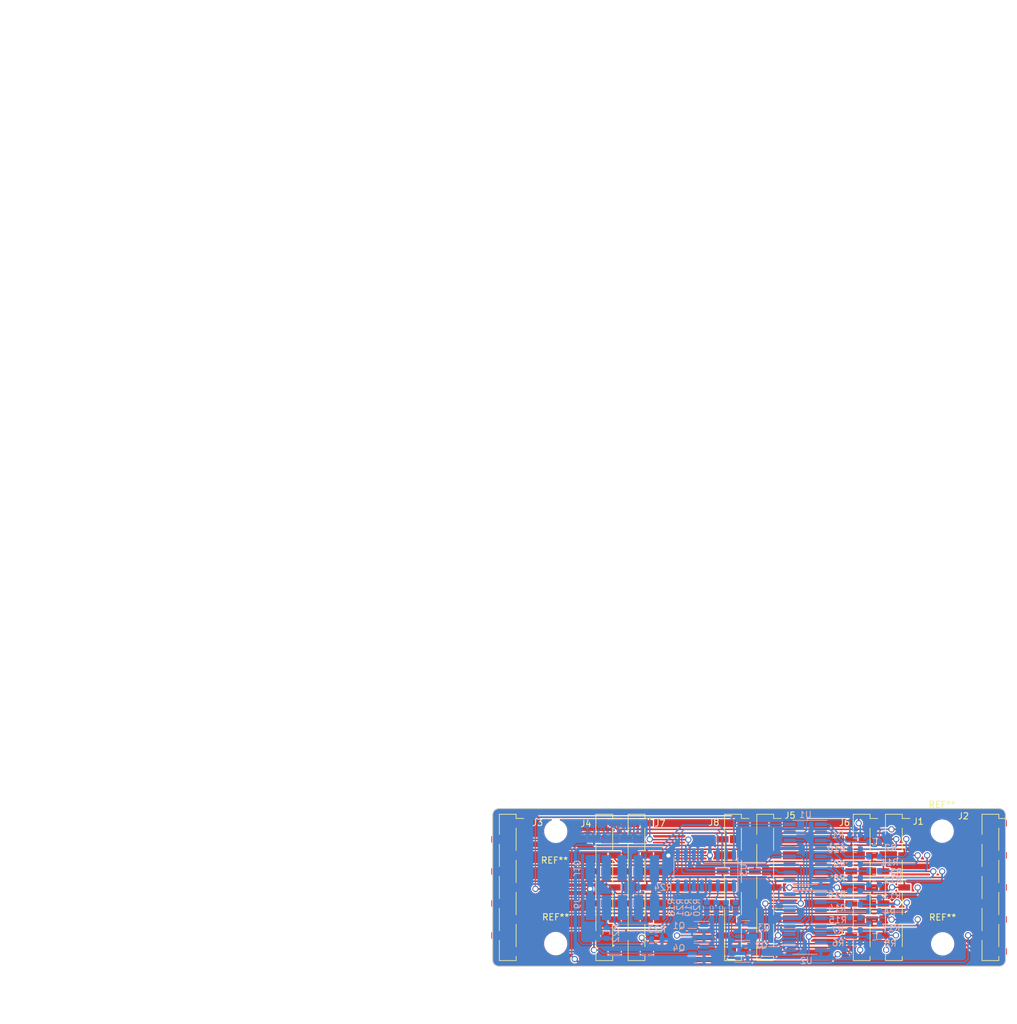
<source format=kicad_pcb>
(kicad_pcb (version 20221018) (generator pcbnew)
  (layers (0 "F.Cu" signal) (31 "B.Cu" signal) (34 "B.Paste" user) (35 "F.Paste" user) (36 "B.SilkS" user "B.Silkscreen") (37 "F.SilkS" user "F.Silkscreen") (38 "B.Mask" user) (39 "F.Mask" user) (44 "Edge.Cuts" user))
  (net 0 "")
  (net 1 "A")
  (net 2 "J")
  (net 3 "I")
  (net 4 "H")
  (net 5 "P")
  (net 6 "N")
  (net 7 "O")
  (net 8 "G")
  (net 9 "F")
  (net 10 "B")
  (net 11 "K")
  (net 12 "C")
  (net 13 "L")
  (net 14 "M")
  (net 15 "D")
  (net 16 "DP")
  (net 17 "DISPLAY4_GND")
  (net 18 "E")
  (net 19 "DISPLAY1_GND")
  (net 20 "DISPLAY2_GND")
  (net 21 "DISPLAY3_GND")
  (net 22 "GND")
  (net 23 "RCLK")
  (net 24 "SRCLK")
  (net 25 "SER_IN")
  (net 26 "+5V")
  (net 27 "SER_OUT")
  (net 28 "Net-(Q1-B)")
  (net 29 "Net-(Q2-B)")
  (net 30 "Net-(Q3-B)")
  (net 31 "Net-(Q4-B)")
  (net 32 "Net-(U1-QA)")
  (net 33 "Net-(U1-QB)")
  (net 34 "Net-(U1-QC)")
  (net 35 "Net-(U1-QD)")
  (net 36 "Net-(U1-QE)")
  (net 37 "Net-(U1-QF)")
  (net 38 "Net-(U1-QG)")
  (net 39 "Net-(U1-QH)")
  (net 40 "Net-(U3-QA)")
  (net 41 "Net-(U3-QB)")
  (net 42 "Net-(U3-QC)")
  (net 43 "Net-(U3-QD)")
  (net 44 "Net-(U3-QE)")
  (net 45 "Net-(U1-QH')")
  (net 46 "Net-(U1-SER)")
  (net 50 "Net-(U2-QA)")
  (net 51 "Net-(U2-QD)")
  (net 52 "Net-(U2-QH)")
  (net 53 "Net-(U2-QG)")
  (net 54 "Net-(U2-QB)")
  (net 55 "Net-(U2-QC)")
  (net 56 "Net-(U2-QE)")
  (net 57 "Net-(U2-QF)")
  (footprint "MountingHole:MountingHole_3.2mm_M3" (layer "F.Cu") (at 88 149.4)
    (fp_text reference "REF**")
    (fp_text value "MountingHole_3.2mm_M3")
  )
  (footprint "Connector_PinSocket_2.54mm:PinSocket_1x09_P2.54mm_Vertical_SMD_Pin1Right" (layer "F.Cu") (at 116.1 140.5)
    (fp_text reference "J8")
    (fp_text value "R")
  )
  (footprint "Connector_PinSocket_2.54mm:PinSocket_1x09_P2.54mm_Vertical_SMD_Pin1Right" (layer "F.Cu") (at 80.4 140.5)
    (fp_text reference "J3")
    (fp_text value "L")
  )
  (footprint "Connector_PinSocket_2.54mm:PinSocket_1x09_P2.54mm_Vertical_SMD_Pin1Right" (layer "F.Cu") (at 136.5 140.5)
    (fp_text reference "J6")
    (fp_text value "R")
  )
  (footprint "MountingHole:MountingHole_3.2mm_M3" (layer "F.Cu") (at 149.26 131.58)
    (fp_text reference "REF**")
    (fp_text value "MountingHole_3.2mm_M3")
  )
  (footprint "Connector_PinSocket_2.54mm:PinSocket_1x09_P2.54mm_Vertical_SMD_Pin1Right" (layer "F.Cu") (at 121.2 140.5)
    (fp_text reference "J5")
    (fp_text value "L")
  )
  (footprint "Connector_PinSocket_2.54mm:PinSocket_1x09_P2.54mm_Vertical_SMD_Pin1Right" (layer "F.Cu") (at 141.6 140.5)
    (fp_text reference "J1")
    (fp_text value "L")
  )
  (footprint "MountingHole:MountingHole_3.2mm_M3" (layer "F.Cu") (at 88.01 131.61)
    (fp_text reference "REF**")
    (fp_text value "MountingHole_3.2mm_M3")
  )
  (footprint "MountingHole:MountingHole_3.2mm_M3" (layer "F.Cu") (at 149.33 149.44)
    (fp_text reference "REF**")
    (fp_text value "MountingHole_3.2mm_M3")
  )
  (footprint "Connector_PinSocket_2.54mm:PinSocket_1x09_P2.54mm_Vertical_SMD_Pin1Right" (layer "F.Cu") (at 95.7 140.5)
    (fp_text reference "J4")
    (fp_text value "R")
  )
  (footprint "Connector_PinSocket_2.54mm:PinSocket_1x09_P2.54mm_Vertical_SMD_Pin1Right" (layer "F.Cu") (at 156.9 140.5)
    (fp_text reference "J2")
    (fp_text value "R")
  )
  (footprint "Connector_PinSocket_2.54mm:PinSocket_1x09_P2.54mm_Vertical_SMD_Pin1Right" (layer "F.Cu") (at 100.8 140.5)
    (fp_text reference "J7")
    (fp_text value "L")
  )
  (footprint "Package_SO:SOIC-16_3.9x9.9mm_P1.27mm" (layer "B.Cu") (at 111.8 137.74 90)
    (fp_text reference "U3")
    (fp_text value "74HC595")
  )
  (footprint "Resistor_SMD:R_0603_1608Metric" (layer "B.Cu") (at 111.945 143.695 -90)
    (fp_text reference "R18")
    (fp_text value "220")
  )
  (footprint "Resistor_SMD:R_0603_1608Metric" (layer "B.Cu") (at 135.44 141.08)
    (fp_text reference "R16")
    (fp_text value "220R")
  )
  (footprint "Resistor_SMD:R_0603_1608Metric" (layer "B.Cu") (at 135.44 147.27)
    (fp_text reference "R7")
    (fp_text value "220R")
  )
  (footprint "Package_TO_SOT_SMD:SOT-23" (layer "B.Cu") (at 110.57 150.92 180)
    (fp_text reference "Q4")
    (fp_text value "MMBT3904")
  )
  (footprint "CUSTOM_COMPONENTS:PinHeader_01x05_P2.54mm_Horizontal_SMDified" (layer "B.Cu") (at 93.465 137.39)
    (fp_text reference "J10")
    (fp_text value "BUS_OUT")
  )
  (footprint "Resistor_SMD:R_0603_1608Metric" (layer "B.Cu") (at 104.02 148.7 180)
    (fp_text reference "R23")
    (fp_text value "10k")
  )
  (footprint "Resistor_SMD:R_0603_1608Metric" (layer "B.Cu") (at 114.995 143.715 -90)
    (fp_text reference "R19")
    (fp_text value "220")
  )
  (footprint "Resistor_SMD:R_0603_1608Metric" (layer "B.Cu") (at 138.46 146.25)
    (fp_text reference "R17")
    (fp_text value "220R")
  )
  (footprint "Resistor_SMD:R_0603_1608Metric" (layer "B.Cu") (at 96.02 147.735 90)
    (fp_text reference "R22")
    (fp_text value "10k")
  )
  (footprint "Resistor_SMD:R_0603_1608Metric" (layer "B.Cu") (at 135.44 143.19)
    (fp_text reference "R14")
    (fp_text value "220R")
  )
  (footprint "Resistor_SMD:R_0603_1608Metric" (layer "B.Cu") (at 138.48 133.28)
    (fp_text reference "R2")
    (fp_text value "220R")
  )
  (footprint "Package_TO_SOT_SMD:SOT-23" (layer "B.Cu") (at 118.11 150.79)
    (fp_text reference "Q2")
    (fp_text value "MMBT3904")
  )
  (footprint "Package_SO:SOIC-16_3.9x9.9mm_P1.27mm" (layer "B.Cu") (at 127.545 134.945 180)
    (fp_text reference "U1")
    (fp_text value "74HC595")
  )
  (footprint "Resistor_SMD:R_0603_1608Metric" (layer "B.Cu") (at 135.45 134.45)
    (fp_text reference "R10")
    (fp_text value "220R")
  )
  (footprint "Resistor_SMD:R_0603_1608Metric" (layer "B.Cu") (at 135.45 132.17)
    (fp_text reference "R1")
    (fp_text value "220R")
  )
  (footprint "CUSTOM_COMPONENTS:PinHeader_01x05_P2.54mm_Horizontal_SMDified" (layer "B.Cu") (at 103.67 143.695 180)
    (fp_text reference "J9")
    (fp_text value "BUS_IN")
  )
  (footprint "Resistor_SMD:R_0603_1608Metric" (layer "B.Cu") (at 116.52 143.73 -90)
    (fp_text reference "R20")
    (fp_text value "220")
  )
  (footprint "Package_TO_SOT_SMD:SOT-23" (layer "B.Cu") (at 118.11 147.33)
    (fp_text reference "Q3")
    (fp_text value "MMBT3904")
  )
  (footprint "Package_TO_SOT_SMD:SOT-23" (layer "B.Cu") (at 110.57 147.45 180)
    (fp_text reference "Q1")
    (fp_text value "MMBT3904")
  )
  (footprint "Resistor_SMD:R_0603_1608Metric" (layer "B.Cu") (at 135.45 138.97)
    (fp_text reference "R8")
    (fp_text value "220R")
  )
  (footprint "Resistor_SMD:R_0603_1608Metric" (layer "B.Cu") (at 135.44 149.27)
    (fp_text reference "R6")
    (fp_text value "220R")
  )
  (footprint "Package_SO:SOIC-16_3.9x9.9mm_P1.27mm" (layer "B.Cu") (at 127.545 146.025 180)
    (fp_text reference "U2")
    (fp_text value "74HC595")
  )
  (footprint "Resistor_SMD:R_0603_1608Metric" (layer "B.Cu") (at 138.46 144.28)
    (fp_text reference "R4")
    (fp_text value "220R")
  )
  (footprint "Resistor_SMD:R_0603_1608Metric" (layer "B.Cu") (at 113.47 143.7 -90)
    (fp_text reference "R21")
    (fp_text value "220")
  )
  (footprint "Resistor_SMD:R_0603_1608Metric" (layer "B.Cu") (at 138.48 137.89)
    (fp_text reference "R3")
    (fp_text value "220R")
  )
  (footprint "Resistor_SMD:R_0603_1608Metric" (layer "B.Cu") (at 138.47 142.16)
    (fp_text reference "R13")
    (fp_text value "220R")
  )
  (footprint "Resistor_SMD:R_0603_1608Metric" (layer "B.Cu") (at 135.45 136.79)
    (fp_text reference "R9")
    (fp_text value "220R")
  )
  (footprint "Resistor_SMD:R_0603_1608Metric" (layer "B.Cu") (at 135.44 145.28)
    (fp_text reference "R15")
    (fp_text value "220R")
  )
  (footprint "Resistor_SMD:R_0603_1608Metric" (layer "B.Cu") (at 138.48 135.62)
    (fp_text reference "R11")
    (fp_text value "220R")
  )
  (footprint "Resistor_SMD:R_0603_1608Metric" (layer "B.Cu") (at 138.47 148.31)
    (fp_text reference "R5")
    (fp_text value "220R")
  )
  (footprint "Resistor_SMD:R_0603_1608Metric" (layer "B.Cu") (at 138.47 140.03)
    (fp_text reference "R12")
    (fp_text value "220R")
  )
  (footprint "Resistor_SMD:R_0603_1608Metric" (layer "B.Cu") (at 101.94 140.47 180)
    (fp_text reference "R24")
    (fp_text value "10k")
  )
  (gr_line (start 158.3 153) (end 79 153) (stroke (width 0.15)) (layer "Edge.Cuts"))
  (gr_line (start 159.3 129) (end 159.3 152) (stroke (width 0.15)) (layer "Edge.Cuts"))
  (gr_arc (start 78 129) (mid 78.292893 128.292894) (end 79 128) (stroke (width 0.15)) (layer "Edge.Cuts"))
  (gr_line (start 79 128) (end 158.3 128) (stroke (width 0.15)) (layer "Edge.Cuts"))
  (gr_arc (start 158.3 128) (mid 159.007106 128.292893) (end 159.3 129) (stroke (width 0.15)) (layer "Edge.Cuts"))
  (gr_arc (start 159.3 152) (mid 159.007107 152.707106) (end 158.3 153) (stroke (width 0.15)) (layer "Edge.Cuts"))
  (gr_arc (start 79 153) (mid 78.292894 152.707107) (end 78 152) (stroke (width 0.15)) (layer "Edge.Cuts"))
  (gr_line (start 78 152) (end 78 129) (stroke (width 0.15)) (layer "Edge.Cuts"))
  (gr_text "BlvckBytes" (at 101.77 132.13) (layer "B.Cu" knockout) (effects (font (size 1.2 1.2) (thickness 0.25) bold) (justify left bottom mirror)))
  (segment (start 136.28 129.37) (end 142.28 129.37) (width 0.25) (layer "F.Cu") (net 1))
  (segment (start 136.02 130.33) (end 136.02 129.39) (width 0.25) (layer "F.Cu") (net 1))
  (segment (start 136 129.37) (end 136.28 129.37) (width 0.25) (layer "F.Cu") (net 1))
  (segment (start 122.85 130.34) (end 122.85 129.43) (width 0.25) (layer "F.Cu") (net 1))
  (segment (start 122.79 129.37) (end 136 129.37) (width 0.25) (layer "F.Cu") (net 1))
  (segment (start 136.02 129.39) (end 136 129.37) (width 0.25) (layer "F.Cu") (net 1))
  (segment (start 82.05 130.34) (end 82.05 129.58) (width 0.25) (layer "F.Cu") (net 1))
  (segment (start 112.04 129.37) (end 122.79 129.37) (width 0.25) (layer "F.Cu") (net 1))
  (segment (start 122.85 129.43) (end 122.79 129.37) (width 0.25) (layer "F.Cu") (net 1))
  (segment (start 82.05 129.58) (end 82.26 129.37) (width 0.25) (layer "F.Cu") (net 1))
  (segment (start 102.45 129.37) (end 112.04 129.37) (width 0.25) (layer "F.Cu") (net 1))
  (segment (start 82.26 129.37) (end 102.45 129.37) (width 0.25) (layer "F.Cu") (net 1))
  (segment (start 102.45 130.34) (end 102.45 129.37) (width 0.25) (layer "F.Cu") (net 1))
  (segment (start 142.28 129.37) (end 143.25 130.34) (width 0.25) (layer "F.Cu") (net 1))
  (via (at 136.02 130.33) (size 1) (drill 0.65) (layers "F.Cu" "B.Cu") (net 1))
  (segment (start 136.275 132.17) (end 136.275 130.585) (width 0.25) (layer "B.Cu") (net 1))
  (segment (start 136.275 130.585) (end 136.02 130.33) (width 0.25) (layer "B.Cu") (net 1))
  (segment (start 141.97 132.85) (end 139.98 132.85) (width 0.25) (layer "F.Cu") (net 2))
  (segment (start 139.95 131.925) (end 139.925 131.9) (width 0.25) (layer "F.Cu") (net 2))
  (segment (start 86.63 133.83) (end 89.19 133.83) (width 0.25) (layer "F.Cu") (net 2))
  (segment (start 139.98 132.85) (end 139.95 132.88) (width 0.25) (layer "F.Cu") (net 2))
  (segment (start 91.12 131.9) (end 99.15 131.9) (width 0.25) (layer "F.Cu") (net 2))
  (segment (start 119.5 131.9) (end 99.15 131.9) (width 0.25) (layer "F.Cu") (net 2))
  (segment (start 119.55 131.95) (end 119.5 131.9) (width 0.25) (layer "F.Cu") (net 2))
  (segment (start 139.95 132.88) (end 139.95 131.925) (width 0.25) (layer "F.Cu") (net 2))
  (segment (start 99.15 132.88) (end 99.15 131.9) (width 0.25) (layer "F.Cu") (net 2))
  (segment (start 139.925 131.9) (end 119.5 131.9) (width 0.25) (layer "F.Cu") (net 2))
  (segment (start 119.55 132.88) (end 119.55 131.95) (width 0.25) (layer "F.Cu") (net 2))
  (segment (start 89.19 133.83) (end 91.12 131.9) (width 0.25) (layer "F.Cu") (net 2))
  (segment (start 85.68 132.88) (end 86.63 133.83) (width 0.25) (layer "F.Cu") (net 2))
  (segment (start 78.75 132.88) (end 85.68 132.88) (width 0.25) (layer "F.Cu") (net 2))
  (via (at 141.97 132.85) (size 1) (drill 0.65) (layers "F.Cu" "B.Cu") (net 2))
  (segment (start 141.51 134.45) (end 141.97 133.99) (width 0.25) (layer "B.Cu") (net 2))
  (segment (start 141.97 133.99) (end 141.97 132.85) (width 0.25) (layer "B.Cu") (net 2))
  (segment (start 136.275 134.45) (end 141.51 134.45) (width 0.25) (layer "B.Cu") (net 2))
  (segment (start 143.25 134.45) (end 140.4 134.45) (width 0.25) (layer "F.Cu") (net 3))
  (segment (start 102.425 134.45) (end 82.375 134.45) (width 0.25) (layer "F.Cu") (net 3))
  (segment (start 122.85 134.45) (end 102.425 134.45) (width 0.25) (layer "F.Cu") (net 3))
  (segment (start 102.45 135.42) (end 102.45 134.475) (width 0.25) (layer "F.Cu") (net 3))
  (segment (start 122.85 135.42) (end 122.85 134.45) (width 0.25) (layer "F.Cu") (net 3))
  (segment (start 143.25 135.42) (end 143.25 134.45) (width 0.25) (layer "F.Cu") (net 3))
  (segment (start 145.37 135.42) (end 143.25 135.42) (width 0.25) (layer "F.Cu") (net 3))
  (segment (start 82.375 134.45) (end 82.05 134.775) (width 0.25) (layer "F.Cu") (net 3))
  (segment (start 102.45 134.475) (end 102.425 134.45) (width 0.25) (layer "F.Cu") (net 3))
  (segment (start 82.05 134.775) (end 82.05 135.42) (width 0.25) (layer "F.Cu") (net 3))
  (segment (start 140.4 134.45) (end 122.85 134.45) (width 0.25) (layer "F.Cu") (net 3))
  (via (at 145.37 135.42) (size 1) (drill 0.65) (layers "F.Cu" "B.Cu") (net 3))
  (segment (start 136.275 136.79) (end 144.99 136.79) (width 0.25) (layer "B.Cu") (net 3))
  (segment (start 145.37 136.41) (end 145.37 135.42) (width 0.25) (layer "B.Cu") (net 3))
  (segment (start 144.99 136.79) (end 145.37 136.41) (width 0.25) (layer "B.Cu") (net 3))
  (segment (start 119.55 137.96) (end 119.55 136.975) (width 0.25) (layer "F.Cu") (net 4))
  (segment (start 79.105 136.975) (end 78.75 137.33) (width 0.25) (layer "F.Cu") (net 4))
  (segment (start 139.95 137.96) (end 147.84 137.96) (width 0.25) (layer "F.Cu") (net 4))
  (segment (start 99.15 136.975) (end 79.105 136.975) (width 0.25) (layer "F.Cu") (net 4))
  (segment (start 139.95 136.975) (end 119.55 136.975) (width 0.25) (layer "F.Cu") (net 4))
  (segment (start 99.15 137.96) (end 99.15 136.975) (width 0.25) (layer "F.Cu") (net 4))
  (segment (start 139.95 137.96) (end 139.95 136.975) (width 0.25) (layer "F.Cu") (net 4))
  (segment (start 78.75 137.33) (end 78.75 137.96) (width 0.25) (layer "F.Cu") (net 4))
  (segment (start 99.475 136.975) (end 99.15 136.975) (width 0.25) (layer "F.Cu") (net 4))
  (segment (start 117.325 136.975) (end 106 136.975) (width 0.25) (layer "F.Cu") (net 4))
  (segment (start 106 136.975) (end 99.475 136.975) (width 0.25) (layer "F.Cu") (net 4))
  (segment (start 119.55 136.975) (end 117.325 136.975) (width 0.25) (layer "F.Cu") (net 4))
  (via (at 147.84 137.96) (size 1) (drill 0.65) (layers "F.Cu" "B.Cu") (net 4))
  (segment (start 147.84 138.58) (end 147.45 138.97) (width 0.25) (layer "B.Cu") (net 4))
  (segment (start 147.84 137.96) (end 147.84 138.58) (width 0.25) (layer "B.Cu") (net 4))
  (segment (start 147.45 138.97) (end 136.275 138.97) (width 0.25) (layer "B.Cu") (net 4))
  (segment (start 102.45 139.55) (end 102.475 139.525) (width 0.25) (layer "F.Cu") (net 5))
  (segment (start 102.475 139.525) (end 82.45 139.525) (width 0.25) (layer "F.Cu") (net 5))
  (segment (start 122.85 139.525) (end 102.475 139.525) (width 0.25) (layer "F.Cu") (net 5))
  (segment (start 143.24 140.49) (end 143.25 140.5) (width 0.25) (layer "F.Cu") (net 5))
  (segment (start 102.45 140.5) (end 102.45 139.55) (width 0.25) (layer "F.Cu") (net 5))
  (segment (start 143.25 139.525) (end 130.875 139.525) (width 0.25) (layer "F.Cu") (net 5))
  (segment (start 143.25 140.5) (end 143.25 139.525) (width 0.25) (layer "F.Cu") (net 5))
  (segment (start 130.875 139.525) (end 122.85 139.525) (width 0.25) (layer "F.Cu") (net 5))
  (segment (start 141.32 140.49) (end 143.24 140.49) (width 0.25) (layer "F.Cu") (net 5))
  (segment (start 82.45 139.525) (end 82.05 139.925) (width 0.25) (layer "F.Cu") (net 5))
  (segment (start 82.05 139.925) (end 82.05 140.5) (width 0.25) (layer "F.Cu") (net 5))
  (segment (start 122.85 140.5) (end 122.85 139.525) (width 0.25) (layer "F.Cu") (net 5))
  (via (at 141.32 140.49) (size 1) (drill 0.65) (layers "F.Cu" "B.Cu") (net 5))
  (segment (start 136.265 141.08) (end 140.73 141.08) (width 0.25) (layer "B.Cu") (net 5))
  (segment (start 140.73 141.08) (end 141.32 140.49) (width 0.25) (layer "B.Cu") (net 5))
  (segment (start 119.55 142.08) (end 99.125 142.08) (width 0.25) (layer "F.Cu") (net 6))
  (segment (start 138.025 142.08) (end 119.55 142.08) (width 0.25) (layer "F.Cu") (net 6))
  (segment (start 139.95 143.04) (end 139.95 142.105) (width 0.25) (layer "F.Cu") (net 6))
  (segment (start 99.15 142.105) (end 99.125 142.08) (width 0.25) (layer "F.Cu") (net 6))
  (segment (start 79.045 142.08) (end 78.75 142.375) (width 0.25) (layer "F.Cu") (net 6))
  (segment (start 139.95 142.105) (end 139.925 142.08) (width 0.25) (layer "F.Cu") (net 6))
  (segment (start 139.98 143.01) (end 139.95 143.04) (width 0.25) (layer "F.Cu") (net 6))
  (segment (start 99.125 142.08) (end 79.045 142.08) (width 0.25) (layer "F.Cu") (net 6))
  (segment (start 119.55 143.04) (end 119.55 142.08) (width 0.25) (layer "F.Cu") (net 6))
  (segment (start 78.75 142.375) (end 78.75 143.04) (width 0.25) (layer "F.Cu") (net 6))
  (segment (start 142.11 142.88) (end 141.98 143.01) (width 0.25) (layer "F.Cu") (net 6))
  (segment (start 99.15 143.04) (end 99.15 142.105) (width 0.25) (layer "F.Cu") (net 6))
  (segment (start 139.925 142.08) (end 138.025 142.08) (width 0.25) (layer "F.Cu") (net 6))
  (segment (start 141.98 143.01) (end 139.98 143.01) (width 0.25) (layer "F.Cu") (net 6))
  (via (at 142.11 142.88) (size 1) (drill 0.65) (layers "F.Cu" "B.Cu") (net 6))
  (segment (start 136.265 143.19) (end 141.8 143.19) (width 0.25) (layer "B.Cu") (net 6))
  (segment (start 141.8 143.19) (end 142.11 142.88) (width 0.25) (layer "B.Cu") (net 6))
  (segment (start 102.45 145.58) (end 102.45 144.65) (width 0.25) (layer "F.Cu") (net 7))
  (segment (start 141.24 145.59) (end 143.24 145.59) (width 0.25) (layer "F.Cu") (net 7))
  (segment (start 102.45 144.65) (end 102.5 144.6) (width 0.25) (layer "F.Cu") (net 7))
  (segment (start 143.25 145.58) (end 143.25 144.625) (width 0.25) (layer "F.Cu") (net 7))
  (segment (start 82.375 144.6) (end 82.05 144.925) (width 0.25) (layer "F.Cu") (net 7))
  (segment (start 122.85 145.58) (end 122.85 144.625) (width 0.25) (layer "F.Cu") (net 7))
  (segment (start 122.825 144.6) (end 102.5 144.6) (width 0.25) (layer "F.Cu") (net 7))
  (segment (start 140.125 144.6) (end 122.825 144.6) (width 0.25) (layer "F.Cu") (net 7))
  (segment (start 143.25 144.625) (end 143.225 144.6) (width 0.25) (layer "F.Cu") (net 7))
  (segment (start 122.85 144.625) (end 122.825 144.6) (width 0.25) (layer "F.Cu") (net 7))
  (segment (start 143.225 144.6) (end 140.125 144.6) (width 0.25) (layer "F.Cu") (net 7))
  (segment (start 102.5 144.6) (end 82.375 144.6) (width 0.25) (layer "F.Cu") (net 7))
  (segment (start 82.05 144.925) (end 82.05 145.58) (width 0.25) (layer "F.Cu") (net 7))
  (segment (start 143.24 145.59) (end 143.25 145.58) (width 0.25) (layer "F.Cu") (net 7))
  (via (at 141.24 145.59) (size 1) (drill 0.65) (layers "F.Cu" "B.Cu") (net 7))
  (segment (start 136.265 145.28) (end 140.93 145.28) (width 0.25) (layer "B.Cu") (net 7))
  (segment (start 140.93 145.28) (end 141.24 145.59) (width 0.25) (layer "B.Cu") (net 7))
  (segment (start 139.95 147.175) (end 139.925 147.15) (width 0.25) (layer "F.Cu") (net 8))
  (segment (start 141.92 148.09) (end 139.98 148.09) (width 0.25) (layer "F.Cu") (net 8))
  (segment (start 119.55 147.2) (end 119.5 147.15) (width 0.25) (layer "F.Cu") (net 8))
  (segment (start 78.75 147.45) (end 78.75 148.12) (width 0.25) (layer "F.Cu") (net 8))
  (segment (start 139.925 147.15) (end 119.5 147.15) (width 0.25) (layer "F.Cu") (net 8))
  (segment (start 99.15 148.12) (end 99.15 147.15) (width 0.25) (layer "F.Cu") (net 8))
  (segment (start 119.55 148.12) (end 119.55 147.2) (width 0.25) (layer "F.Cu") (net 8))
  (segment (start 99.15 147.15) (end 79.05 147.15) (width 0.25) (layer "F.Cu") (net 8))
  (segment (start 112.33 147.15) (end 99.15 147.15) (width 0.25) (layer "F.Cu") (net 8))
  (segment (start 139.95 148.12) (end 139.95 147.175) (width 0.25) (layer "F.Cu") (net 8))
  (segment (start 79.05 147.15) (end 78.75 147.45) (width 0.25) (layer "F.Cu") (net 8))
  (segment (start 139.98 148.09) (end 139.95 148.12) (width 0.25) (layer "F.Cu") (net 8))
  (segment (start 119.5 147.15) (end 112.33 147.15) (width 0.25) (layer "F.Cu") (net 8))
  (via (at 141.92 148.09) (size 1) (drill 0.65) (layers "F.Cu" "B.Cu") (net 8))
  (segment (start 136.265 147.27) (end 140.14 147.27) (width 0.25) (layer "B.Cu") (net 8))
  (segment (start 140.96 148.09) (end 141.92 148.09) (width 0.25) (layer "B.Cu") (net 8))
  (segment (start 140.22 147.35) (end 140.96 148.09) (width 0.25) (layer "B.Cu") (net 8))
  (segment (start 140.14 147.27) (end 140.22 147.35) (width 0.25) (layer "B.Cu") (net 8))
  (segment (start 136.26 151.61) (end 136.27 151.62) (width 0.25) (layer "F.Cu") (net 9))
  (segment (start 82.05 150.66) (end 82.05 151.31) (width 0.25) (layer "F.Cu") (net 9))
  (segment (start 102.45 151.62) (end 122.55 151.62) (width 0.25) (layer "F.Cu") (net 9))
  (segment (start 90.06 150.66) (end 91.93 150.66) (width 0.25) (layer "F.Cu") (net 9))
  (segment (start 82.05 151.31) (end 82.36 151.62) (width 0.25) (layer "F.Cu") (net 9))
  (segment (start 136.27 151.62) (end 142.96 151.62) (width 0.25) (layer "F.Cu") (net 9))
  (segment (start 122.55 151.62) (end 122.83 151.34) (width 0.25) (layer "F.Cu") (net 9))
  (segment (start 133.75 150.02) (end 135.35 151.62) (width 0.25) (layer "F.Cu") (net 9))
  (segment (start 143.25 151.33) (end 143.25 150.66) (width 0.25) (layer "F.Cu") (net 9))
  (segment (start 122.85 150.66) (end 124.24 150.66) (width 0.25) (layer "F.Cu") (net 9))
  (segment (start 122.83 151.34) (end 122.83 150.68) (width 0.25) (layer "F.Cu") (net 9))
  (segment (start 135.35 151.62) (end 136.27 151.62) (width 0.25) (layer "F.Cu") (net 9))
  (segment (start 89.1 151.62) (end 90.06 150.66) (width 0.25) (layer "F.Cu") (net 9))
  (segment (start 124.88 150.02) (end 133.75 150.02) (width 0.25) (layer "F.Cu") (net 9))
  (segment (start 124.24 150.66) (end 124.88 150.02) (width 0.25) (layer "F.Cu") (net 9))
  (segment (start 91.93 150.66) (end 92.89 151.62) (width 0.25) (layer "F.Cu") (net 9))
  (segment (start 122.83 150.68) (end 122.85 150.66) (width 0.25) (layer "F.Cu") (net 9))
  (segment (start 92.89 151.62) (end 102.45 151.62) (width 0.25) (layer "F.Cu") (net 9))
  (segment (start 102.45 150.66) (end 102.45 151.62) (width 0.25) (layer "F.Cu") (net 9))
  (segment (start 136.26 150.39) (end 136.26 151.61) (width 0.25) (layer "F.Cu") (net 9))
  (segment (start 142.96 151.62) (end 143.25 151.33) (width 0.25) (layer "F.Cu") (net 9))
  (segment (start 82.36 151.62) (end 89.1 151.62) (width 0.25) (layer "F.Cu") (net 9))
  (via (at 136.26 150.39) (size 1) (drill 0.65) (layers "F.Cu" "B.Cu") (net 9))
  (segment (start 136.265 150.385) (end 136.265 149.27) (width 0.25) (layer "B.Cu") (net 9))
  (segment (start 136.26 150.39) (end 136.265 150.385) (width 0.25) (layer "B.Cu") (net 9))
  (segment (start 150.56 129.22) (end 152.88 131.54) (width 0.25) (layer "F.Cu") (net 10))
  (segment (start 138.15 130.34) (end 138.15 131.3) (width 0.25) (layer "F.Cu") (net 10))
  (segment (start 138.15 131.3) (end 141.22 131.3) (width 0.25) (layer "F.Cu") (net 10))
  (segment (start 97.35 130.34) (end 97.35 130.92) (width 0.25) (layer "F.Cu") (net 10))
  (segment (start 117.75 131.225) (end 117.825 131.3) (width 0.25) (layer "F.Cu") (net 10))
  (segment (start 97.35 130.92) (end 97.73 131.3) (width 0.25) (layer "F.Cu") (net 10))
  (segment (start 117.75 131.225) (end 117.75 130.34) (width 0.25) (layer "F.Cu") (net 10))
  (segment (start 97.73 131.3) (end 113.03 131.3) (width 0.25) (layer "F.Cu") (net 10))
  (segment (start 152.88 131.54) (end 157.35 131.54) (width 0.25) (layer "F.Cu") (net 10))
  (segment (start 141.22 131.3) (end 145.92 131.3) (width 0.25) (layer "F.Cu") (net 10))
  (segment (start 148 129.22) (end 150.56 129.22) (width 0.25) (layer "F.Cu") (net 10))
  (segment (start 113.45 131.3) (end 117.825 131.3) (width 0.25) (layer "F.Cu") (net 10))
  (segment (start 138.15 131.3) (end 117.825 131.3) (width 0.25) (layer "F.Cu") (net 10))
  (segment (start 157.35 131.54) (end 158.55 130.34) (width 0.25) (layer "F.Cu") (net 10))
  (segment (start 145.92 131.3) (end 148 129.22) (width 0.25) (layer "F.Cu") (net 10))
  (segment (start 113.03 131.3) (end 113.45 131.3) (width 0.25) (layer "F.Cu") (net 10))
  (via (at 141.22 131.3) (size 1) (drill 0.65) (layers "F.Cu" "B.Cu") (net 10))
  (segment (start 139.67 131.3) (end 141.22 131.3) (width 0.25) (layer "B.Cu") (net 10))
  (segment (start 139.305 131.665) (end 139.67 131.3) (width 0.25) (layer "B.Cu") (net 10))
  (segment (start 139.305 133.28) (end 139.305 131.665) (width 0.25) (layer "B.Cu") (net 10))
  (segment (start 114.45 132.88) (end 114.45 133.85) (width 0.25) (layer "F.Cu") (net 11))
  (segment (start 143.2 133.81) (end 143.56 133.81) (width 0.25) (layer "F.Cu") (net 11))
  (segment (start 134.875 133.85) (end 114.45 133.85) (width 0.25) (layer "F.Cu") (net 11))
  (segment (start 94.05 133.525) (end 94.05 132.88) (width 0.25) (layer "F.Cu") (net 11))
  (segment (start 154.91 133.81) (end 155.25 133.47) (width 0.25) (layer "F.Cu") (net 11))
  (segment (start 134.865 133.81) (end 143.2 133.81) (width 0.25) (layer "F.Cu") (net 11))
  (segment (start 143.57 133.8) (end 143.56 133.81) (width 0.25) (layer "F.Cu") (net 11))
  (segment (start 114.45 133.85) (end 94.375 133.85) (width 0.25) (layer "F.Cu") (net 11))
  (segment (start 143.56 133.81) (end 154.91 133.81) (width 0.25) (layer "F.Cu") (net 11))
  (segment (start 143.57 132.83) (end 143.57 133.8) (width 0.25) (layer "F.Cu") (net 11))
  (segment (start 134.85 133.825) (end 134.875 133.85) (width 0.25) (layer "F.Cu") (net 11))
  (segment (start 94.375 133.85) (end 94.05 133.525) (width 0.25) (layer "F.Cu") (net 11))
  (segment (start 134.85 132.88) (end 134.85 133.825) (width 0.25) (layer "F.Cu") (net 11))
  (segment (start 134.85 133.825) (end 134.865 133.81) (width 0.25) (layer "F.Cu") (net 11))
  (segment (start 155.25 133.47) (end 155.25 132.88) (width 0.25) (layer "F.Cu") (net 11))
  (via (at 143.57 132.83) (size 1) (drill 0.65) (layers "F.Cu" "B.Cu") (net 11))
  (segment (start 143.57 132.83) (end 143.57 135.2) (width 0.25) (layer "B.Cu") (net 11))
  (segment (start 143.15 135.62) (end 139.305 135.62) (width 0.25) (layer "B.Cu") (net 11))
  (segment (start 143.57 135.2) (end 143.15 135.62) (width 0.25) (layer "B.Cu") (net 11))
  (segment (start 114.15 136.4) (end 97.725 136.4) (width 0.25) (layer "F.Cu") (net 12))
  (segment (start 146.64 136.4) (end 146.88 136.4) (width 0.25) (layer "F.Cu") (net 12))
  (segment (start 117.75 135.42) (end 117.75 136.375) (width 0.25) (layer "F.Cu") (net 12))
  (segment (start 158.55 136.03) (end 158.55 135.42) (width 0.25) (layer "F.Cu") (net 12))
  (segment (start 146.88 135.42) (end 146.88 136.4) (width 0.25) (layer "F.Cu") (net 12))
  (segment (start 146.88 136.4) (end 158.18 136.4) (width 0.25) (layer "F.Cu") (net 12))
  (segment (start 138.03 136.4) (end 117.725 136.4) (width 0.25) (layer "F.Cu") (net 12))
  (segment (start 117.725 136.4) (end 114.8 136.4) (width 0.25) (layer "F.Cu") (net 12))
  (segment (start 138.15 136.4) (end 138.03 136.4) (width 0.25) (layer "F.Cu") (net 12))
  (segment (start 114.8 136.4) (end 114.15 136.4) (width 0.25) (layer "F.Cu") (net 12))
  (segment (start 138.15 135.42) (end 138.15 136.4) (width 0.25) (layer "F.Cu") (net 12))
  (segment (start 158.18 136.4) (end 158.55 136.03) (width 0.25) (layer "F.Cu") (net 12))
  (segment (start 117.75 136.375) (end 117.725 136.4) (width 0.25) (layer "F.Cu") (net 12))
  (segment (start 97.35 136.025) (end 97.35 135.42) (width 0.25) (layer "F.Cu") (net 12))
  (segment (start 138.03 136.4) (end 146.64 136.4) (width 0.25) (layer "F.Cu") (net 12))
  (segment (start 97.725 136.4) (end 97.35 136.025) (width 0.25) (layer "F.Cu") (net 12))
  (via (at 146.88 135.42) (size 1) (drill 0.65) (layers "F.Cu" "B.Cu") (net 12))
  (segment (start 146.53 137.89) (end 146.88 137.54) (width 0.25) (layer "B.Cu") (net 12))
  (segment (start 146.88 137.54) (end 146.88 135.42) (width 0.25) (layer "B.Cu") (net 12))
  (segment (start 139.305 137.89) (end 146.53 137.89) (width 0.25) (layer "B.Cu") (net 12))
  (segment (start 114.45 137.96) (end 114.45 138.9) (width 0.25) (layer "F.Cu") (net 13))
  (segment (start 134.6 138.925) (end 114.475 138.925) (width 0.25) (layer "F.Cu") (net 13))
  (segment (start 149.25 138.885) (end 149.21 138.925) (width 0.25) (layer "F.Cu") (net 13))
  (segment (start 149.25 137.96) (end 149.25 138.885) (width 0.25) (layer "F.Cu") (net 13))
  (segment (start 149.21 138.925) (end 150.19 138.925) (width 0.25) (layer "F.Cu") (net 13))
  (segment (start 94.375 138.925) (end 94.05 138.6) (width 0.25) (layer "F.Cu") (net 13))
  (segment (start 154.815 138.925) (end 155.25 138.49) (width 0.25) (layer "F.Cu") (net 13))
  (segment (start 142.875 138.925) (end 149.21 138.925) (width 0.25) (layer "F.Cu") (net 13))
  (segment (start 94.05 138.6) (end 94.05 137.96) (width 0.25) (layer "F.Cu") (net 13))
  (segment (start 114.45 138.9) (end 114.475 138.925) (width 0.25) (layer "F.Cu") (net 13))
  (segment (start 114.475 138.925) (end 94.375 138.925) (width 0.25) (layer "F.Cu") (net 13))
  (segment (start 134.6 138.925) (end 134.79 138.925) (width 0.25) (layer "F.Cu") (net 13))
  (segment (start 150.19 138.925) (end 154.815 138.925) (width 0.25) (layer "F.Cu") (net 13))
  (segment (start 134.85 138.865) (end 134.79 138.925) (width 0.2) (layer "F.Cu") (net 13))
  (segment (start 134.79 138.925) (end 142.875 138.925) (width 0.25) (layer "F.Cu") (net 13))
  (segment (start 155.25 138.49) (end 155.25 137.96) (width 0.25) (layer "F.Cu") (net 13))
  (segment (start 134.85 137.96) (end 134.85 138.865) (width 0.2) (layer "F.Cu") (net 13))
  (via (at 149.25 137.96) (size 1) (drill 0.65) (layers "F.Cu" "B.Cu") (net 13))
  (segment (start 139.86 140.03) (end 140.35 139.54) (width 0.25) (layer "B.Cu") (net 13))
  (segment (start 139.295 140.03) (end 139.86 140.03) (width 0.25) (layer "B.Cu") (net 13))
  (segment (start 140.35 139.54) (end 148.86 139.54) (width 0.25) (layer "B.Cu") (net 13))
  (segment (start 148.86 139.54) (end 149.25 139.15) (width 0.25) (layer "B.Cu") (net 13))
  (segment (start 149.25 139.15) (end 149.25 137.96) (width 0.25) (layer "B.Cu") (net 13))
  (segment (start 138.175 141.475) (end 138.04 141.475) (width 0.25) (layer "F.Cu") (net 14))
  (segment (start 145.4 141.475) (end 158.155 141.475) (width 0.25) (layer "F.Cu") (net 14))
  (segment (start 97.65 141.475) (end 97.35 141.175) (width 0.25) (layer "F.Cu") (net 14))
  (segment (start 138.15 140.5) (end 138.15 141.45) (width 0.25) (layer "F.Cu") (net 14))
  (segment (start 145.37 141.445) (end 145.4 141.475) (width 0.25) (layer "F.Cu") (net 14))
  (segment (start 97.35 141.175) (end 97.35 140.5) (width 0.25) (layer "F.Cu") (net 14))
  (segment (start 158.155 141.475) (end 158.55 141.08) (width 0.25) (layer "F.Cu") (net 14))
  (segment (start 139.95 141.475) (end 145.4 141.475) (width 0.25) (layer "F.Cu") (net 14))
  (segment (start 117.725 141.475) (end 97.65 141.475) (width 0.25) (layer "F.Cu") (net 14))
  (segment (start 117.75 141.45) (end 117.725 141.475) (width 0.25) (layer "F.Cu") (net 14))
  (segment (start 138.04 141.475) (end 139.95 141.475) (width 0.25) (layer "F.Cu") (net 14))
  (segment (start 138.15 141.45) (end 138.175 141.475) (width 0.25) (layer "F.Cu") (net 14))
  (segment (start 158.55 141.08) (end 158.55 140.5) (width 0.25) (layer "F.Cu") (net 14))
  (segment (start 145.37 140.5) (end 145.37 141.445) (width 0.25) (layer "F.Cu") (net 14))
  (segment (start 138.04 141.475) (end 117.725 141.475) (width 0.25) (layer "F.Cu") (net 14))
  (segment (start 117.75 140.5) (end 117.75 141.45) (width 0.25) (layer "F.Cu") (net 14))
  (via (at 145.37 140.52) (size 1) (drill 0.65) (layers "F.Cu" "B.Cu") (net 14))
  (segment (start 145.37 141.4) (end 145.37 140.5) (width 0.25) (layer "B.Cu") (net 14))
  (segment (start 140.7 141.74) (end 145.03 141.74) (width 0.25) (layer "B.Cu") (net 14))
  (segment (start 145.03 141.74) (end 145.37 141.4) (width 0.25) (layer "B.Cu") (net 14))
  (segment (start 139.295 142.16) (end 140.28 142.16) (width 0.25) (layer "B.Cu") (net 14))
  (segment (start 140.28 142.16) (end 140.7 141.74) (width 0.25) (layer "B.Cu") (net 14))
  (segment (start 143.64 142.9) (end 143.64 144.025) (width 0.25) (layer "F.Cu") (net 15))
  (segment (start 134.85 143.04) (end 134.85 143.985) (width 0.2) (layer "F.Cu") (net 15))
  (segment (start 116.41 144.025) (end 114.375 144.025) (width 0.25) (layer "F.Cu") (net 15))
  (segment (start 114.45 143.04) (end 114.45 143.95) (width 0.25) (layer "F.Cu") (net 15))
  (segment (start 154.925 144.025) (end 155.25 143.7) (width 0.25) (layer "F.Cu") (net 15))
  (segment (start 94.425 144.025) (end 94.05 143.65) (width 0.25) (layer "F.Cu") (net 15))
  (segment (start 134.81 144.025) (end 143.64 144.025) (width 0.25) (layer "F.Cu") (net 15))
  (segment (start 117.55 144.025) (end 116.41 144.025) (width 0.25) (layer "F.Cu") (net 15))
  (segment (start 134.65 144.025) (end 134.81 144.025) (width 0.25) (layer "F.Cu") (net 15))
  (segment (start 94.05 143.65) (end 94.05 143.04) (width 0.25) (layer "F.Cu") (net 15))
  (segment (start 155.25 143.7) (end 155.25 143.04) (width 0.25) (layer "F.Cu") (net 15))
  (segment (start 134.65 144.025) (end 117.55 144.025) (width 0.25) (layer "F.Cu") (net 15))
  (segment (start 134.85 143.985) (end 134.81 144.025) (width 0.2) (layer "F.Cu") (net 15))
  (segment (start 143.64 144.025) (end 154.925 144.025) (width 0.25) (layer "F.Cu") (net 15))
  (segment (start 114.375 144.025) (end 94.425 144.025) (width 0.25) (layer "F.Cu") (net 15))
  (segment (start 114.45 143.95) (end 114.375 144.025) (width 0.25) (layer "F.Cu") (net 15))
  (via (at 143.64 142.9) (size 1) (drill 0.65) (layers "F.Cu" "B.Cu") (net 15))
  (segment (start 143.26 144.28) (end 143.64 143.9) (width 0.25) (layer "B.Cu") (net 15))
  (segment (start 139.285 144.28) (end 143.26 144.28) (width 0.25) (layer "B.Cu") (net 15))
  (segment (start 143.64 143.9) (end 143.64 142.9) (width 0.25) (layer "B.Cu") (net 15))
  (segment (start 138.15 145.58) (end 138.15 146.5) (width 0.25) (layer "F.Cu") (net 16))
  (segment (start 158.55 146.14) (end 158.55 145.58) (width 0.25) (layer "F.Cu") (net 16))
  (segment (start 138.2 146.55) (end 137.91 146.55) (width 0.25) (layer "F.Cu") (net 16))
  (segment (start 117.75 145.58) (end 117.75 146.55) (width 0.25) (layer "F.Cu") (net 16))
  (segment (start 117.75 146.55) (end 97.725 146.55) (width 0.25) (layer "F.Cu") (net 16))
  (segment (start 158.14 146.55) (end 158.55 146.14) (width 0.25) (layer "F.Cu") (net 16))
  (segment (start 137.91 146.55) (end 145.37 146.55) (width 0.25) (layer "F.Cu") (net 16))
  (segment (start 138.15 146.5) (end 138.2 146.55) (width 0.25) (layer "F.Cu") (net 16))
  (segment (start 137.91 146.55) (end 117.75 146.55) (width 0.25) (layer "F.Cu") (net 16))
  (segment (start 145.38 146.54) (end 145.37 146.55) (width 0.25) (layer "F.Cu") (net 16))
  (segment (start 145.38 145.57) (end 145.38 146.54) (width 0.25) (layer "F.Cu") (net 16))
  (segment (start 97.35 146.175) (end 97.35 145.58) (width 0.25) (layer "F.Cu") (net 16))
  (segment (start 97.725 146.55) (end 97.35 146.175) (width 0.25) (layer "F.Cu") (net 16))
  (segment (start 145.37 146.55) (end 158.14 146.55) (width 0.25) (layer "F.Cu") (net 16))
  (via (at 145.38 145.57) (size 1) (drill 0.65) (layers "F.Cu" "B.Cu") (net 16))
  (segment (start 139.285 146.25) (end 140.3 146.25) (width 0.25) (layer "B.Cu") (net 16))
  (segment (start 145.02 146.56) (end 145.38 146.2) (width 0.25) (layer "B.Cu") (net 16))
  (segment (start 140.61 146.56) (end 145.02 146.56) (width 0.25) (layer "B.Cu") (net 16))
  (segment (start 140.3 146.25) (end 140.61 146.56) (width 0.25) (layer "B.Cu") (net 16))
  (segment (start 145.38 146.2) (end 145.38 145.57) (width 0.25) (layer "B.Cu") (net 16))
  (segment (start 94.06 150.43) (end 94.06 148.13) (width 0.25) (layer "F.Cu") (net 17))
  (segment (start 94.06 148.13) (end 94.05 148.12) (width 0.25) (layer "F.Cu") (net 17))
  (via (at 94.06 150.43) (size 1) (drill 0.65) (layers "F.Cu" "B.Cu") (net 17))
  (segment (start 95.46 150.92) (end 109.6325 150.92) (width 0.25) (layer "B.Cu") (net 17))
  (segment (start 94.06 150.43) (end 94.97 150.43) (width 0.25) (layer "B.Cu") (net 17))
  (segment (start 94.97 150.43) (end 95.46 150.92) (width 0.25) (layer "B.Cu") (net 17))
  (segment (start 123.1 149.71) (end 117.5 149.71) (width 0.25) (layer "F.Cu") (net 18))
  (segment (start 140.36 149.4) (end 145.79 149.4) (width 0.25) (layer "F.Cu") (net 18))
  (segment (start 117.75 150.66) (end 117.75 149.76) (width 0.25) (layer "F.Cu") (net 18))
  (segment (start 148.03 147.16) (end 150.62 147.16) (width 0.25) (layer "F.Cu") (net 18))
  (segment (start 138.15 149.45) (end 138.12 149.42) (width 0.25) (layer "F.Cu") (net 18))
  (segment (start 138.2 149.4) (end 140.36 149.4) (width 0.25) (layer "F.Cu") (net 18))
  (segment (start 123.39 149.42) (end 123.1 149.71) (width 0.25) (layer "F.Cu") (net 18))
  (segment (start 117.75 149.76) (end 117.69 149.7) (width 0.25) (layer "F.Cu") (net 18))
  (segment (start 154.12 150.66) (end 158.55 150.66) (width 0.25) (layer "F.Cu") (net 18))
  (segment (start 140.38 150.34) (end 140.38 149.42) (width 0.25) (layer "F.Cu") (net 18))
  (segment (start 138.12 149.42) (end 123.39 149.42) (width 0.25) (layer "F.Cu") (net 18))
  (segment (start 117.69 149.7) (end 97.51 149.7) (width 0.25) (layer "F.Cu") (net 18))
  (segment (start 138.15 149.45) (end 138.2 149.4) (width 0.25) (layer "F.Cu") (net 18))
  (segment (start 140.38 149.42) (end 140.36 149.4) (width 0.25) (layer "F.Cu") (net 18))
  (segment (start 150.62 147.16) (end 154.12 150.66) (width 0.25) (layer "F.Cu") (net 18))
  (segment (start 97.35 149.86) (end 97.35 150.66) (width 0.25) (layer "F.Cu") (net 18))
  (segment (start 145.79 149.4) (end 148.03 147.16) (width 0.25) (layer "F.Cu") (net 18))
  (segment (start 138.15 150.66) (end 138.15 149.45) (width 0.25) (layer "F.Cu") (net 18))
  (segment (start 97.51 149.7) (end 97.35 149.86) (width 0.25) (layer "F.Cu") (net 18))
  (via (at 140.38 150.4) (size 1) (drill 0.65) (layers "F.Cu" "B.Cu") (net 18))
  (segment (start 139.91 148.31) (end 139.295 148.31) (width 0.25) (layer "B.Cu") (net 18))
  (segment (start 140.38 148.78) (end 139.91 148.31) (width 0.25) (layer "B.Cu") (net 18))
  (segment (start 140.38 150.34) (end 140.38 148.78) (width 0.25) (layer "B.Cu") (net 18))
  (segment (start 107.22 148.12) (end 114.45 148.12) (width 0.25) (layer "F.Cu") (net 19))
  (segment (start 114.44 148.13) (end 114.45 148.12) (width 0.25) (layer "F.Cu") (net 19))
  (via (at 107.22 148.12) (size 1) (drill 0.65) (layers "F.Cu" "B.Cu") (net 19))
  (segment (start 107.22 148.12) (end 109.39 148.12) (width 0.25) (layer "B.Cu") (net 19))
  (segment (start 109.6325 147.8775) (end 109.6325 147.45) (width 0.25) (layer "B.Cu") (net 19))
  (segment (start 109.39 148.12) (end 109.6325 147.8775) (width 0.25) (layer "B.Cu") (net 19))
  (segment (start 153.39 148.12) (end 153.36 148.09) (width 0.25) (layer "F.Cu") (net 20))
  (segment (start 155.27 148.1) (end 155.25 148.12) (width 0.25) (layer "F.Cu") (net 20))
  (segment (start 155.25 148.12) (end 153.39 148.12) (width 0.25) (layer "F.Cu") (net 20))
  (via (at 153.36 148.09) (size 1) (drill 0.65) (layers "F.Cu" "B.Cu") (net 20))
  (segment (start 119.44 152.38) (end 119.0475 151.9875) (width 0.25) (layer "B.Cu") (net 20))
  (segment (start 153.36 151.83) (end 152.81 152.38) (width 0.25) (layer "B.Cu") (net 20))
  (segment (start 119.0475 151.9875) (end 119.0475 150.79) (width 0.25) (layer "B.Cu") (net 20))
  (segment (start 153.36 148.09) (end 153.36 151.83) (width 0.25) (layer "B.Cu") (net 20))
  (segment (start 152.81 152.38) (end 119.44 152.38) (width 0.25) (layer "B.Cu") (net 20))
  (segment (start 133.37 148.11) (end 133.38 148.12) (width 0.25) (layer "F.Cu") (net 21))
  (segment (start 128.13 148.29) (end 133.19 148.29) (width 0.25) (layer "F.Cu") (net 21))
  (segment (start 133.38 148.12) (end 134.85 148.12) (width 0.25) (layer "F.Cu") (net 21))
  (segment (start 133.19 148.29) (end 133.37 148.11) (width 0.25) (layer "F.Cu") (net 21))
  (segment (start 134.85 148.12) (end 134.68 148.29) (width 0.25) (layer "F.Cu") (net 21))
  (via (at 128.13 148.29) (size 1) (drill 0.65) (layers "F.Cu" "B.Cu") (net 21))
  (segment (start 127.64 151.71) (end 120.7 151.71) (width 0.25) (layer "B.Cu") (net 21))
  (segment (start 128.13 151.22) (end 127.64 151.71) (width 0.25) (layer "B.Cu") (net 21))
  (segment (start 119.93 147.33) (end 119.0475 147.33) (width 0.25) (layer "B.Cu") (net 21))
  (segment (start 128.13 148.29) (end 128.13 151.22) (width 0.25) (layer "B.Cu") (net 21))
  (segment (start 120.3 147.7) (end 119.93 147.33) (width 0.25) (layer "B.Cu") (net 21))
  (segment (start 120.3 151.31) (end 120.3 147.7) (width 0.25) (layer "B.Cu") (net 21))
  (segment (start 120.7 151.71) (end 120.3 151.31) (width 0.25) (layer "B.Cu") (net 21))
  (segment (start 105.9855 135.2745) (end 106 135.2745) (width 0.2) (layer "F.Cu") (net 22))
  (segment (start 105.86 135.45) (end 112.44 135.45) (width 0.2) (layer "F.Cu") (net 22))
  (segment (start 106 135.26) (end 105.9855 135.2745) (width 0.2) (layer "F.Cu") (net 22))
  (segment (start 112.44 135.2795) (end 112.435 135.2745) (width 0.2) (layer "F.Cu") (net 22))
  (segment (start 112.44 135.45) (end 112.44 135.2795) (width 0.2) (layer "F.Cu") (net 22))
  (via (at 112.435 135.43) (size 1) (drill 0.65) (layers "F.Cu" "B.Cu") (net 22))
  (via (at 105.86 135.45) (size 1) (drill 0.65) (layers "F.Cu" "B.Cu") (net 22))
  (segment (start 103.625 143.65) (end 103.67 143.695) (width 1) (layer "B.Cu") (net 22))
  (segment (start 103.625 137.39) (end 103.625 143.65) (width 1) (layer "B.Cu") (net 22))
  (segment (start 112.435 135.265) (end 112.44 135.26) (width 0.2) (layer "B.Cu") (net 22))
  (segment (start 101.085 135.055) (end 101.085 137.39) (width 0.2) (layer "B.Cu") (net 23))
  (segment (start 125.07 135.58) (end 126.76 135.58) (width 0.2) (layer "B.Cu") (net 23))
  (segment (start 111.165 136.375) (end 111.5 136.71) (width 0.2) (layer "B.Cu") (net 23))
  (segment (start 114.43 136.78) (end 121.28 136.78) (width 0.2) (layer "B.Cu") (net 23))
  (segment (start 111.165 135.265) (end 111.165 136.375) (width 0.2) (layer "B.Cu") (net 23))
  (segment (start 114.36 136.71) (end 114.43 136.78) (width 0.2) (layer "B.Cu") (net 23))
  (segment (start 101.13 143.695) (end 101.13 137.435) (width 0.25) (layer "B.Cu") (net 23))
  (segment (start 121.28 136.78) (end 122.48 135.58) (width 0.2) (layer "B.Cu") (net 23))
  (segment (start 127.12 146.66) (end 125.07 146.66) (width 0.2) (layer "B.Cu") (net 23))
  (segment (start 108.39 131.29) (end 104.86 134.82) (width 0.2) (layer "B.Cu") (net 23))
  (segment (start 127.34 140.54) (end 128.17 141.37) (width 0.2) (layer "B.Cu") (net 23))
  (segment (start 101.13 137.435) (end 101.085 137.39) (width 0.25) (layer "B.Cu") (net 23))
  (segment (start 113.59 131.29) (end 108.39 131.29) (width 0.2) (layer "B.Cu") (net 23))
  (segment (start 104.86 134.82) (end 101.32 134.82) (width 0.2) (layer "B.Cu") (net 23))
  (segment (start 122.48 135.58) (end 125.07 135.58) (width 0.2) (layer "B.Cu") (net 23))
  (segment (start 111.5 136.71) (end 114.36 136.71) (width 0.2) (layer "B.Cu") (net 23))
  (segment (start 114.35 136.7) (end 114.35 132.05) (width 0.2) (layer "B.Cu") (net 23))
  (segment (start 128.17 145.61) (end 127.12 146.66) (width 0.2) (layer "B.Cu") (net 23))
  (segment (start 127.34 136.16) (end 127.34 140.54) (width 0.2) (layer "B.Cu") (net 23))
  (segment (start 101.32 134.82) (end 101.085 135.055) (width 0.2) (layer "B.Cu") (net 23))
  (segment (start 128.17 141.37) (end 128.17 145.61) (width 0.2) (layer "B.Cu") (net 23))
  (segment (start 114.35 132.05) (end 113.59 131.29) (width 0.2) (layer "B.Cu") (net 23))
  (segment (start 126.76 135.58) (end 127.34 136.16) (width 0.2) (layer "B.Cu") (net 23))
  (segment (start 114.36 136.71) (end 114.35 136.7) (width 0.2) (layer "B.Cu") (net 23))
  (segment (start 123.23 148.1) (end 122.16 149.17) (width 0.2) (layer "F.Cu") (net 24))
  (segment (start 101.64 148.58) (end 101.63 148.58) (width 0.2) (layer "F.Cu") (net 24))
  (segment (start 123.24 148.1) (end 123.23 148.1) (width 0.2) (layer "F.Cu") (net 24))
  (segment (start 122.16 149.17) (end 102.23 149.17) (width 0.2) (layer "F.Cu") (net 24))
  (segment (start 102.23 149.17) (end 101.64 148.58) (width 0.2) (layer "F.Cu") (net 24))
  (via (at 101.64 148.47) (size 1) (drill 0.65) (layers "F.Cu" "B.Cu") (net 24))
  (via (at 123.24 148.1) (size 1) (drill 0.65) (layers "F.Cu" "B.Cu") (net 24))
  (segment (start 126.83 146.02) (end 123.56 146.02) (width 0.2) (layer "B.Cu") (net 24))
  (segment (start 101.64 148.47) (end 102.34 148.47) (width 0.25) (layer "B.Cu") (net 24))
  (segment (start 98.545 143.65) (end 98.59 143.695) (width 0.25) (layer "B.Cu") (net 24))
  (segment (start 121.65 137.22) (end 122.02 136.85) (width 0.2) (layer "B.Cu") (net 24))
  (segment (start 103.175 148.72) (end 103.175 148.49) (width 0.25) (layer "B.Cu") (net 24))
  (segment (start 98.545 137.39) (end 98.545 143.65) (width 0.25) (layer "B.Cu") (net 24))
  (segment (start 127.74 141.59) (end 127.74 145.11) (width 0.2) (layer "B.Cu") (net 24))
  (segment (start 101.63 149.18) (end 101.31 149.5) (width 0.2) (layer "B.Cu") (net 24))
  (segment (start 127.74 145.11) (end 126.83 146.02) (width 0.2) (layer "B.Cu") (net 24))
  (segment (start 98.545 135.225) (end 98.545 137.39) (width 0.2) (layer "B.Cu") (net 24))
  (segment (start 102.34 148.47) (end 102.61 148.74) (width 0.25) (layer "B.Cu") (net 24))
  (segment (start 91.68 135.16) (end 91.96 134.88) (width 0.2) (layer "B.Cu") (net 24))
  (segment (start 92.2 149.5) (end 91.68 148.98) (width 0.2) (layer "B.Cu") (net 24))
  (segment (start 109.895 135.265) (end 109.895 136.825) (width 0.2) (layer "B.Cu") (net 24))
  (segment (start 126.89 137.28) (end 126.89 140.74) (width 0.2) (layer "B.Cu") (net 24))
  (segment (start 123.79 148.1) (end 123.96 147.93) (width 0.2) (layer "B.Cu") (net 24))
  (segment (start 110.29 137.22) (end 121.65 137.22) (width 0.2) (layer "B.Cu") (net 24))
  (segment (start 123.56 146.02) (end 123.24 146.34) (width 0.2) (layer "B.Cu") (net 24))
  (segment (start 98.2 134.88) (end 98.545 135.225) (width 0.2) (layer "B.Cu") (net 24))
  (segment (start 101.64 148.58) (end 101.63 148.58) (width 0.2) (layer "B.Cu") (net 24))
  (segment (start 123.96 147.93) (end 125.07 147.93) (width 0.2) (layer "B.Cu") (net 24))
  (segment (start 125.07 136.85) (end 126.46 136.85) (width 0.2) (layer "B.Cu") (net 24))
  (segment (start 91.68 148.98) (end 91.68 135.16) (width 0.2) (layer "B.Cu") (net 24))
  (segment (start 123.24 148.1) (end 123.79 148.1) (width 0.2) (layer "B.Cu") (net 24))
  (segment (start 102.61 148.74) (end 103.155 148.74) (width 0.25) (layer "B.Cu") (net 24))
  (segment (start 101.31 149.5) (end 92.2 149.5) (width 0.2) (layer "B.Cu") (net 24))
  (segment (start 101.63 148.58) (end 101.63 149.18) (width 0.2) (layer "B.Cu") (net 24))
  (segment (start 122.02 136.85) (end 125.07 136.85) (width 0.2) (layer "B.Cu") (net 24))
  (segment (start 126.89 140.74) (end 127.74 141.59) (width 0.2) (layer "B.Cu") (net 24))
  (segment (start 126.46 136.85) (end 126.89 137.28) (width 0.2) (layer "B.Cu") (net 24))
  (segment (start 123.24 146.34) (end 123.24 148.1) (width 0.2) (layer "B.Cu") (net 24))
  (segment (start 103.155 148.74) (end 103.175 148.72) (width 0.25) (layer "B.Cu") (net 24))
  (segment (start 91.96 134.88) (end 98.2 134.88) (width 0.2) (layer "B.Cu") (net 24))
  (segment (start 109.895 136.825) (end 110.29 137.22) (width 0.2) (layer "B.Cu") (net 24))
  (segment (start 122.55 139.96) (end 121.37 138.78) (width 0.2) (layer "B.Cu") (net 25))
  (segment (start 97.395 147.145) (end 97.16 146.91) (width 0.2) (layer "B.Cu") (net 25))
  (segment (start 106.23 145.65) (end 104.735 147.145) (width 0.2) (layer "B.Cu") (net 25))
  (segment (start 122.98 144.12) (end 122.55 143.69) (width 0.2) (layer "B.Cu") (net 25))
  (segment (start 121.37 138.78) (end 106.77 138.78) (width 0.2) (layer "B.Cu") (net 25))
  (segment (start 97.16 146.91) (end 96.02 146.91) (width 0.2) (layer "B.Cu") (net 25))
  (segment (start 96.02 146.91) (end 96.02 143.725) (width 0.2) (layer "B.Cu") (net 25))
  (segment (start 104.735 147.145) (end 97.395 147.145) (width 0.2) (layer "B.Cu") (net 25))
  (segment (start 96.02 143.725) (end 96.05 143.695) (width 0.2) (layer "B.Cu") (net 25))
  (segment (start 125.07 144.12) (end 122.98 144.12) (width 0.2) (layer "B.Cu") (net 25))
  (segment (start 122.55 143.69) (end 122.55 139.96) (width 0.2) (layer "B.Cu") (net 25))
  (segment (start 106.23 139.32) (end 106.23 145.65) (width 0.2) (layer "B.Cu") (net 25))
  (segment (start 106.77 138.78) (end 106.23 139.32) (width 0.2) (layer "B.Cu") (net 25))
  (segment (start 126.69 143.03) (end 121.219502 143.03) (width 0.2) (layer "F.Cu") (net 26))
  (segment (start 109.02 132.93) (end 102.97 132.93) (width 0.25) (layer "F.Cu") (net 26))
  (segment (start 121.219502 143.03) (end 121.199502 143.05) (width 0.25) (layer "F.Cu") (net 26))
  (segment (start 102.97 132.93) (end 102.91 132.87) (width 0.25) (layer "F.Cu") (net 26))
  (segment (start 84.79 140.73) (end 93.465 140.73) (width 0.25) (layer "F.Cu") (net 26))
  (via (at 126.83 143.04) (size 1) (drill 0.65) (layers "F.Cu" "B.Cu") (net 26))
  (via (at 109.02 132.93) (size 1) (drill 0.65) (layers "F.Cu" "B.Cu") (net 26))
  (via (at 93.465 140.73) (size 1) (drill 0.65) (layers "F.Cu" "B.Cu") (net 26))
  (via (at 84.79 140.73) (size 1) (drill 0.65) (layers "F.Cu" "B.Cu") (net 26))
  (via (at 102.91 132.87) (size 1) (drill 0.65) (layers "F.Cu" "B.Cu") (net 26))
  (via (at 121.22 143.05) (size 1) (drill 0.65) (layers "F.Cu" "B.Cu") (net 26))
  (segment (start 84.78 130.08) (end 85.49 129.37) (width 0.25) (layer "B.Cu") (net 26))
  (segment (start 108.87 137.75) (end 108.625 137.505) (width 0.25) (layer "B.Cu") (net 26))
  (segment (start 108.625 134.005) (end 108.625 135.265) (width 0.25) (layer "B.Cu") (net 26))
  (segment (start 109.02 132.93) (end 109.02 133.61) (width 0.25) (layer "B.Cu") (net 26))
  (segment (start 121.34 143.89) (end 121.34 149.12) (width 0.2) (layer "B.Cu") (net 26))
  (segment (start 116.255 130.5) (end 116.245 130.49) (width 0.25) (layer "B.Cu") (net 26))
  (segment (start 116.245 133.42) (end 116.245 135.265) (width 0.25) (layer "B.Cu") (net 26))
  (segment (start 126.84 142.935588) (end 126.84 141.58) (width 0.25) (layer "B.Cu") (net 26))
  (segment (start 102.91 132.87) (end 102.8 132.76) (width 0.25) (layer "B.Cu") (net 26))
  (segment (start 121.199502 143.05) (end 121.199502 143.749502) (width 0.2) (layer "B.Cu") (net 26))
  (segment (start 84.78 140.72) (end 84.78 130.08) (width 0.25) (layer "B.Cu") (net 26))
  (segment (start 121.199502 143.749502) (end 121.34 143.89) (width 0.2) (layer "B.Cu") (net 26))
  (segment (start 115.68 129.37) (end 116.245 129.935) (width 0.25) (layer "B.Cu") (net 26))
  (segment (start 126.044999 138.12) (end 125.07 138.12) (width 0.25) (layer "B.Cu") (net 26))
  (segment (start 126.84 141.38) (end 126.44 140.98) (width 0.25) (layer "B.Cu") (net 26))
  (segment (start 121.84 149.62) (end 123.62 149.62) (width 0.2) (layer "B.Cu") (net 26))
  (segment (start 123.34 138.12) (end 122.97 137.75) (width 0.25) (layer "B.Cu") (net 26))
  (segment (start 108.625 137.505) (end 108.625 135.265) (width 0.25) (layer "B.Cu") (net 26))
  (segment (start 85.49 129.37) (end 102.9 129.37) (width 0.25) (layer "B.Cu") (net 26))
  (segment (start 109.02 133.61) (end 108.625 134.005) (width 0.25) (layer "B.Cu") (net 26))
  (segment (start 93.465 137.39) (end 93.465 143.65) (width 1) (layer "B.Cu") (net 26))
  (segment (start 125.07 130.5) (end 116.255 130.5) (width 0.25) (layer "B.Cu") (net 26))
  (segment (start 102.91 129.38) (end 102.9 129.37) (width 0.25) (layer "B.Cu") (net 26))
  (segment (start 122.97 137.75) (end 108.87 137.75) (width 0.25) (layer "B.Cu") (net 26))
  (segment (start 125.07 141.58) (end 126.84 141.58) (width 0.25) (layer "B.Cu") (net 26))
  (segment (start 102.9 129.37) (end 115.68 129.37) (width 0.25) (layer "B.Cu") (net 26))
  (segment (start 126.84 141.58) (end 126.84 141.38) (width 0.25) (layer "B.Cu") (net 26))
  (segment (start 126.44 138.515001) (end 126.044999 138.12) (width 0.25) (layer "B.Cu") (net 26))
  (segment (start 93.465 143.65) (end 93.51 143.695) (width 1) (layer "B.Cu") (net 26))
  (segment (start 121.34 149.12) (end 121.84 149.62) (width 0.2) (layer "B.Cu") (net 26))
  (segment (start 124.04 149.2) (end 125.07 149.2) (width 0.2) (layer "B.Cu") (net 26))
  (segment (start 102.91 132.87) (end 102.91 129.38) (width 0.25) (layer "B.Cu") (net 26))
  (segment (start 126.44 140.98) (end 126.44 138.515001) (width 0.25) (layer "B.Cu") (net 26))
  (segment (start 123.62 149.62) (end 124.04 149.2) (width 0.2) (layer "B.Cu") (net 26))
  (segment (start 116.245 129.935) (end 116.245 133.42) (width 0.25) (layer "B.Cu") (net 26))
  (segment (start 126.797794 142.977794) (end 126.84 142.935588) (width 0.25) (layer "B.Cu") (net 26))
  (segment (start 84.79 140.73) (end 84.78 140.72) (width 0.25) (layer "B.Cu") (net 26))
  (segment (start 125.07 138.12) (end 123.34 138.12) (width 0.25) (layer "B.Cu") (net 26))
  (segment (start 96.005 139.805) (end 96.005 137.39) (width 0.2) (layer "B.Cu") (net 27))
  (segment (start 105.78 145.48) (end 104.58 146.68) (width 0.2) (layer "B.Cu") (net 27))
  (segment (start 104.58 146.68) (end 97.85 146.68) (width 0.2) (layer "B.Cu") (net 27))
  (segment (start 107.355 135.265) (end 107.355 137.565) (width 0.2) (layer "B.Cu") (net 27))
  (segment (start 97.85 146.68) (end 97.3 146.13) (width 0.2) (layer "B.Cu") (net 27))
  (segment (start 107.355 137.565) (end 105.78 139.14) (width 0.2) (layer "B.Cu") (net 27))
  (segment (start 105.78 139.14) (end 105.78 145.48) (width 0.2) (layer "B.Cu") (net 27))
  (segment (start 97.3 146.13) (end 97.3 141.1) (width 0.2) (layer "B.Cu") (net 27))
  (segment (start 97.3 141.1) (end 96.005 139.805) (width 0.2) (layer "B.Cu") (net 27))
  (segment (start 111.5075 145.6825) (end 111.5075 146.5) (width 0.2) (layer "B.Cu") (net 28))
  (segment (start 111.945 144.52) (end 111.945 145.245) (width 0.2) (layer "B.Cu") (net 28))
  (segment (start 111.945 145.245) (end 111.5075 145.6825) (width 0.2) (layer "B.Cu") (net 28))
  (segment (start 114.995 144.54) (end 114.995 151.335) (width 0.2) (layer "B.Cu") (net 29))
  (segment (start 115.4 151.74) (end 117.1725 151.74) (width 0.2) (layer "B.Cu") (net 29))
  (segment (start 114.995 151.335) (end 115.4 151.74) (width 0.2) (layer "B.Cu") (net 29))
  (segment (start 115.87 145.82) (end 115.87 147.93) (width 0.2) (layer "B.Cu") (net 30))
  (segment (start 115.87 147.93) (end 116.22 148.28) (width 0.2) (layer "B.Cu") (net 30))
  (segment (start 116.52 144.555) (end 116.52 145.17) (width 0.2) (layer "B.Cu") (net 30))
  (segment (start 116.52 145.17) (end 115.87 145.82) (width 0.2) (layer "B.Cu") (net 30))
  (segment (start 116.22 148.28) (end 117.1725 148.28) (width 0.2) (layer "B.Cu") (net 30))
  (segment (start 111.5075 149.97) (end 113.04 149.97) (width 0.2) (layer "B.Cu") (net 31))
  (segment (start 113.47 149.54) (end 113.47 144.525) (width 0.2) (layer "B.Cu") (net 31))
  (segment (start 113.04 149.97) (end 113.47 149.54) (width 0.2) (layer "B.Cu") (net 31))
  (segment (start 134.625 130.355) (end 134.625 132.17) (width 0.25) (layer "B.Cu") (net 32))
  (segment (start 127.75 131.44) (end 127.75 130.1) (width 0.25) (layer "B.Cu") (net 32))
  (segment (start 134.61 130.34) (end 134.625 130.355) (width 0.25) (layer "B.Cu") (net 32))
  (segment (start 127.75 130.1) (end 128.09 129.76) (width 0.25) (layer "B.Cu") (net 32))
  (segment (start 134.29 129.76) (end 134.61 130.08) (width 0.25) (layer "B.Cu") (net 32))
  (segment (start 134.61 130.08) (end 134.61 130.34) (width 0.25) (layer "B.Cu") (net 32))
  (segment (start 128.09 129.76) (end 134.29 129.76) (width 0.25) (layer "B.Cu") (net 32))
  (segment (start 125.07 131.77) (end 127.42 131.77) (width 0.25) (layer "B.Cu") (net 32))
  (segment (start 127.42 131.77) (end 127.75 131.44) (width 0.25) (layer "B.Cu") (net 32))
  (segment (start 134.46 133.28) (end 137.655 133.28) (width 0.25) (layer "B.Cu") (net 33))
  (segment (start 134.15 133.29) (end 134.45 133.29) (width 0.25) (layer "B.Cu") (net 33))
  (segment (start 134.45 133.29) (end 134.46 133.28) (width 0.25) (layer "B.Cu") (net 33))
  (segment (start 130.02 130.5) (end 131.36 130.5) (width 0.25) (layer "B.Cu") (net 33))
  (segment (start 131.36 130.5) (end 134.15 133.29) (width 0.25) (layer "B.Cu") (net 33))
  (segment (start 133.94 134.45) (end 134.625 134.45) (width 0.25) (layer "B.Cu") (net 34))
  (segment (start 130.02 131.77) (end 131.26 131.77) (width 0.25) (layer "B.Cu") (net 34))
  (segment (start 131.26 131.77) (end 133.94 134.45) (width 0.25) (layer "B.Cu") (net 34))
  (segment (start 133.96 135.62) (end 137.655 135.62) (width 0.25) (layer "B.Cu") (net 35))
  (segment (start 131.38 133.04) (end 133.96 135.62) (width 0.25) (layer "B.Cu") (net 35))
  (segment (start 130.02 133.04) (end 131.38 133.04) (width 0.25) (layer "B.Cu") (net 35))
  (segment (start 133.98 136.79) (end 134.625 136.79) (width 0.25) (layer "B.Cu") (net 36))
  (segment (start 131.5 134.31) (end 133.98 136.79) (width 0.25) (layer "B.Cu") (net 36))
  (segment (start 130.02 134.31) (end 131.5 134.31) (width 0.25) (layer "B.Cu") (net 36))
  (segment (start 131.52 135.58) (end 133.83 137.89) (width 0.25) (layer "B.Cu") (net 37))
  (segment (start 133.83 137.89) (end 137.655 137.89) (width 0.25) (layer "B.Cu") (net 37))
  (segment (start 130.02 135.58) (end 131.52 135.58) (width 0.25) (layer "B.Cu") (net 37))
  (segment (start 133.71 138.97) (end 134.625 138.97) (width 0.25) (layer "B.Cu") (net 38))
  (segment (start 130.02 136.85) (end 131.59 136.85) (width 0.25) (layer "B.Cu") (net 38))
  (segment (start 131.59 136.85) (end 133.71 138.97) (width 0.25) (layer "B.Cu") (net 38))
  (segment (start 133.45 140.03) (end 137.645 140.03) (width 0.25) (layer "B.Cu") (net 39))
  (segment (start 131.54 138.12) (end 133.45 140.03) (width 0.25) (layer "B.Cu") (net 39))
  (segment (start 130.02 138.12) (end 131.54 138.12) (width 0.25) (layer "B.Cu") (net 39))
  (segment (start 131.58 152.21) (end 91.38 152.21) (width 0.25) (layer "F.Cu") (net 40))
  (segment (start 91.38 152.21) (end 91.01 151.84) (width 0.25) (layer "F.Cu") (net 40))
  (segment (start 132.69 151.09) (end 132.69 151.1) (width 0.25) (layer "F.Cu") (net 40))
  (segment (start 132.69 151.1) (end 131.58 152.21) (width 0.25) (layer "F.Cu") (net 40))
  (via (at 91.01 151.84) (size 1) (drill 0.65) (layers "F.Cu" "B.Cu") (net 40))
  (via (at 132.69 151.09) (size 1) (drill 0.65) (layers "F.Cu" "B.Cu") (net 40))
  (segment (start 105 133.77) (end 108.15 130.62) (width 0.25) (layer "B.Cu") (net 40))
  (segment (start 90.52 134.68) (end 91.43 133.77) (width 0.25) (layer "B.Cu") (net 40))
  (segment (start 114.975 131.705) (end 114.975 135.265) (width 0.25) (layer "B.Cu") (net 40))
  (segment (start 90.52 151.35) (end 90.52 134.68) (width 0.25) (layer "B.Cu") (net 40))
  (segment (start 113.89 130.62) (end 114.975 131.705) (width 0.25) (layer "B.Cu") (net 40))
  (segment (start 91.43 133.77) (end 105 133.77) (width 0.25) (layer "B.Cu") (net 40))
  (segment (start 91.01 151.84) (end 90.52 151.35) (width 0.25) (layer "B.Cu") (net 40))
  (segment (start 134.33 151.09) (end 134.615 150.805) (width 0.25) (layer "B.Cu") (net 40))
  (segment (start 108.15 130.62) (end 113.89 130.62) (width 0.25) (layer "B.Cu") (net 40))
  (segment (start 134.615 150.805) (end 134.615 149.27) (width 0.25) (layer "B.Cu") (net 40))
  (segment (start 132.69 151.09) (end 134.33 151.09) (width 0.25) (layer "B.Cu") (net 40))
  (segment (start 116.52 142.905) (end 116.52 141.99) (width 0.2) (layer "B.Cu") (net 41))
  (segment (start 116.52 141.99) (end 116.245 141.715) (width 0.2) (layer "B.Cu") (net 41))
  (segment (start 116.245 141.715) (end 116.245 140.215) (width 0.2) (layer "B.Cu") (net 41))
  (segment (start 114.995 142.89) (end 114.995 140.235) (width 0.2) (layer "B.Cu") (net 42))
  (segment (start 114.995 140.235) (end 114.975 140.215) (width 0.25) (layer "B.Cu") (net 42))
  (segment (start 113.705 141.755) (end 113.705 140.215) (width 0.2) (layer "B.Cu") (net 43))
  (segment (start 113.47 142.875) (end 113.47 141.99) (width 0.2) (layer "B.Cu") (net 43))
  (segment (start 113.47 141.99) (end 113.705 141.755) (width 0.2) (layer "B.Cu") (net 43))
  (segment (start 111.945 142.87) (end 111.945 142.215) (width 0.2) (layer "B.Cu") (net 44))
  (segment (start 111.945 142.215) (end 112.435 141.725) (width 0.2) (layer "B.Cu") (net 44))
  (segment (start 112.435 141.725) (end 112.435 140.215) (width 0.2) (layer "B.Cu") (net 44))
  (segment (start 107.99 132.27) (end 108.37 131.89) (width 0.2) (layer "B.Cu") (net 45))
  (segment (start 108.24 138.28) (end 107.99 138.03) (width 0.2) (layer "B.Cu") (net 45))
  (segment (start 113.705 132.315) (end 113.705 135.265) (width 0.2) (layer "B.Cu") (net 45))
  (segment (start 107.99 138.03) (end 107.99 132.27) (width 0.2) (layer "B.Cu") (net 45))
  (segment (start 113.28 131.89) (end 113.705 132.315) (width 0.2) (layer "B.Cu") (net 45))
  (segment (start 122.94 139.39) (end 121.83 138.28) (width 0.2) (layer "B.Cu") (net 45))
  (segment (start 125.07 139.39) (end 122.94 139.39) (width 0.2) (layer "B.Cu") (net 45))
  (segment (start 108.37 131.89) (end 113.28 131.89) (width 0.2) (layer "B.Cu") (net 45))
  (segment (start 121.83 138.28) (end 108.24 138.28) (width 0.2) (layer "B.Cu") (net 45))
  (segment (start 128.63 145.96) (end 126.82 147.77) (width 0.2) (layer "B.Cu") (net 46))
  (segment (start 126.82 149.96) (end 126.31 150.47) (width 0.2) (layer "B.Cu") (net 46))
  (segment (start 128.63 141.15) (end 128.63 145.96) (width 0.2) (layer "B.Cu") (net 46))
  (segment (start 126.82 147.77) (end 126.82 149.96) (width 0.2) (layer "B.Cu") (net 46))
  (segment (start 125.07 133.04) (end 127.12 133.04) (width 0.2) (layer "B.Cu") (net 46))
  (segment (start 126.31 150.47) (end 125.07 150.47) (width 0.2) (layer "B.Cu") (net 46))
  (segment (start 127.12 133.04) (end 127.8 133.72) (width 0.2) (layer "B.Cu") (net 46))
  (segment (start 127.8 140.32) (end 128.63 141.15) (width 0.2) (layer "B.Cu") (net 46))
  (segment (start 127.8 133.72) (end 127.8 140.32) (width 0.2) (layer "B.Cu") (net 46))
  (segment (start 131.92 140.51) (end 132.56 140.51) (width 0.25) (layer "F.Cu") (net 50))
  (segment (start 131.92 140.51) (end 132.04 140.51) (width 0.25) (layer "F.Cu") (net 50))
  (segment (start 132.56 140.51) (end 132.57 140.52) (width 0.25) (layer "F.Cu") (net 50))
  (segment (start 132.04 140.51) (end 132.05 140.52) (width 0.2) (layer "F.Cu") (net 50))
  (segment (start 125.04 140.51) (end 131.92 140.51) (width 0.25) (layer "F.Cu") (net 50))
  (via (at 125.04 140.51) (size 1) (drill 0.65) (layers "F.Cu" "B.Cu") (net 50))
  (via (at 132.57 140.52) (size 1) (drill 0.65) (layers "F.Cu" "B.Cu") (net 50))
  (segment (start 132.76 140.52) (end 133.32 141.08) (width 0.25) (layer "B.Cu") (net 50))
  (segment (start 123.36 140.84) (end 123.69 140.51) (width 0.25) (layer "B.Cu") (net 50))
  (segment (start 133.32 141.08) (end 134.615 141.08) (width 0.25) (layer "B.Cu") (net 50))
  (segment (start 125.07 142.85) (end 123.65 142.85) (width 0.25) (layer "B.Cu") (net 50))
  (segment (start 123.69 140.51) (end 125.04 140.51) (width 0.25) (layer "B.Cu") (net 50))
  (segment (start 123.65 142.85) (end 123.36 142.56) (width 0.25) (layer "B.Cu") (net 50))
  (segment (start 123.36 142.56) (end 123.36 140.84) (width 0.25) (layer "B.Cu") (net 50))
  (segment (start 132.57 140.52) (end 132.76 140.52) (width 0.25) (layer "B.Cu") (net 50))
  (segment (start 130.02 144.12) (end 132.53 144.12) (width 0.25) (layer "B.Cu") (net 51))
  (segment (start 132.53 144.12) (end 132.69 144.28) (width 0.25) (layer "B.Cu") (net 51))
  (segment (start 132.69 144.28) (end 137.635 144.28) (width 0.25) (layer "B.Cu") (net 51))
  (segment (start 130.02 149.2) (end 132.23 149.2) (width 0.25) (layer "B.Cu") (net 52))
  (segment (start 132.23 149.2) (end 133.12 148.31) (width 0.25) (layer "B.Cu") (net 52))
  (segment (start 133.12 148.31) (end 137.645 148.31) (width 0.25) (layer "B.Cu") (net 52))
  (segment (start 130.02 147.93) (end 132.26 147.93) (width 0.25) (layer "B.Cu") (net 53))
  (segment (start 132.26 147.93) (end 132.92 147.27) (width 0.25) (layer "B.Cu") (net 53))
  (segment (start 132.92 147.27) (end 134.615 147.27) (width 0.25) (layer "B.Cu") (net 53))
  (segment (start 130.02 141.58) (end 132.53 141.58) (width 0.25) (layer "B.Cu") (net 54))
  (segment (start 133.11 142.16) (end 137.645 142.16) (width 0.25) (layer "B.Cu") (net 54))
  (segment (start 132.53 141.58) (end 133.11 142.16) (width 0.25) (layer "B.Cu") (net 54))
  (segment (start 132.84 143.19) (end 132.5 142.85) (width 0.25) (layer "B.Cu") (net 55))
  (segment (start 132.5 142.85) (end 130.02 142.85) (width 0.25) (layer "B.Cu") (net 55))
  (segment (start 134.615 143.19) (end 132.84 143.19) (width 0.25) (layer "B.Cu") (net 55))
  (segment (start 132.49 145.39) (end 132.6 145.28) (width 0.25) (layer "B.Cu") (net 56))
  (segment (start 130.02 145.39) (end 132.49 145.39) (width 0.25) (layer "B.Cu") (net 56))
  (segment (start 132.6 145.28) (end 134.615 145.28) (width 0.25) (layer "B.Cu") (net 56))
  (segment (start 130.02 146.66) (end 132.29 146.66) (width 0.25) (layer "B.Cu") (net 57))
  (segment (start 132.29 146.66) (end 132.7 146.25) (width 0.25) (layer "B.Cu") (net 57))
  (segment (start 132.7 146.25) (end 137.635 146.25) (width 0.25) (layer "B.Cu") (net 57))
  (zone (net 0) (net_name "") (layer "F.Cu") (priority 1) (connect_pads (clearance 0.2)) (min_thickness 0.2) (fill yes (thermal_gap 0.5) (thermal_bridge_width 0.5) (island_removal_mode 1) (island_area_min 10))
    (polygon (pts (xy 77 127) (xy 77 154) (xy 161 154) (xy 161 127)))
  )
  (zone (net 22) (net_name "GND") (layer "B.Cu") (connect_pads (clearance 0.2)) (min_thickness 0.25) (fill yes (thermal_gap 0.5) (thermal_bridge_width 0.5))
    (polygon (pts (xy 77 127) (xy 77 154) (xy 161 154) (xy 161 127)))
  )
)
</source>
